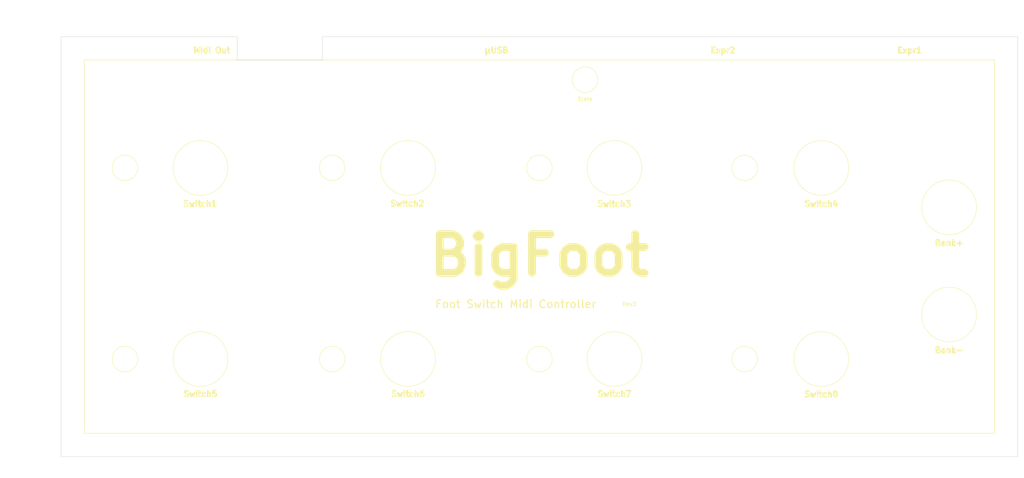
<source format=kicad_pcb>
(kicad_pcb (version 20211014) (generator pcbnew)
  (layers (0 "F.Cu" signal) (31 "B.Cu" signal) (34 "B.Paste" user) (35 "F.Paste" user) (36 "B.SilkS" user "B.Silkscreen") (37 "F.SilkS" user "F.Silkscreen") (38 "B.Mask" user) (39 "F.Mask" user) (44 "Edge.Cuts" user))
  (net 0 "")
  (footprint "Holes:FootSwitchHoles" (layer "F.Cu") (at 256.5 86.1)
    (fp_text reference "Bank+" (at 0 9.2 unlocked) (layer "F.SilkS") (effects (font (size 1.5 1.5) (thickness 0.375))))
    (fp_text value "MountingHole")
    (fp_circle (center 0 0) (end 7 1) (layer "F.SilkS") (width 0.12) (fill none))
    (pad "" np_thru_hole circle locked (at 0 0) (size 12.2 12.2) (drill 12.2) (layers F&B.Cu *.Mask))
  )
  (footprint "MountingHole:MountingHole_3.2mm_M3" (layer "F.Cu") (at 270.7 147)
    (fp_text reference "H1" (at 0 0.1) (layer "F.SilkS"))
    (fp_text value "MountingHole")
    (pad "" np_thru_hole circle locked (at 0 0) (size 3.2 3.2) (drill 3.2) (layers F&B.Cu *.Mask))
  )
  (footprint "Holes:FootSwitchHoles" (layer "F.Cu") (at 63.2 125.3)
    (fp_text reference "Switch5" (at 0 9 unlocked) (layer "F.SilkS") (effects (font (size 1.5 1.5) (thickness 0.375))))
    (fp_text value "MountingHole")
    (fp_circle (center 0 0) (end 7 1) (layer "F.SilkS") (width 0.12) (fill none))
    (pad "" np_thru_hole circle locked (at 0 0) (size 12.2 12.2) (drill 12.2) (layers F&B.Cu *.Mask))
  )
  (footprint "Holes:FootSwitchHoles" (layer "F.Cu") (at 256.5 113.8)
    (fp_text reference "Bank-" (at 0 9.2 unlocked) (layer "F.SilkS") (effects (font (size 1.5 1.5) (thickness 0.375))))
    (fp_text value "MountingHole")
    (fp_circle (center 0 0) (end 7 1) (layer "F.SilkS") (width 0.12) (fill none))
    (pad "" np_thru_hole circle locked (at 0 0) (size 12.2 12.2) (drill 12.2) (layers F&B.Cu *.Mask))
  )
  (footprint "Holes:FootSwitchHoles" (layer "F.Cu") (at 170.1 75.9)
    (fp_text reference "Switch3" (at -0.1 9.3 unlocked) (layer "F.SilkS") (effects (font (size 1.5 1.5) (thickness 0.375))))
    (fp_text value "MountingHole")
    (fp_circle (center 0 0) (end 7 1) (layer "F.SilkS") (width 0.12) (fill none))
    (pad "" np_thru_hole circle locked (at 0 0) (size 12.2 12.2) (drill 12.2) (layers F&B.Cu *.Mask))
  )
  (footprint "Holes:FootSwitchHoles" (layer "F.Cu") (at 116.8 75.9)
    (fp_text reference "Switch2" (at -0.2 9.2 unlocked) (layer "F.SilkS") (effects (font (size 1.5 1.5) (thickness 0.375))))
    (fp_text value "MountingHole")
    (fp_circle (center 0 0) (end 7 1) (layer "F.SilkS") (width 0.12) (fill none))
    (pad "" np_thru_hole circle locked (at 0 0) (size 12.2 12.2) (drill 12.2) (layers F&B.Cu *.Mask))
  )
  (footprint "MountingHole:MountingHole_3.2mm_M3" (layer "F.Cu") (at 39.2 52.7)
    (fp_text reference "H1" (at 0 0.1) (layer "F.SilkS"))
    (fp_text value "MountingHole")
    (pad "" np_thru_hole circle locked (at 0 0) (size 3.2 3.2) (drill 3.2) (layers *.Cu *.Mask))
  )
  (footprint "Holes:Hole_LED_3mm" (layer "F.Cu") (at 43.7 125.3)
    (fp_text reference "Sw5" (at -0.1 -0.1 unlocked) (layer "F.SilkS"))
    (fp_text value "MountingHole")
    (fp_circle (center 0 0) (end 3.3 0) (layer "F.SilkS") (width 0.12) (fill none))
    (pad "" np_thru_hole circle locked (at 0 0) (size 6.2 6.2) (drill 6.2) (layers F&B.Cu *.Mask))
  )
  (footprint "Holes:FootSwitchHoles" (layer "F.Cu") (at 170.1 125.3)
    (fp_text reference "Switch7" (at 0 9 unlocked) (layer "F.SilkS") (effects (font (size 1.5 1.5) (thickness 0.375))))
    (fp_text value "MountingHole")
    (fp_circle (center 0 0) (end 7 1) (layer "F.SilkS") (width 0.12) (fill none))
    (pad "" np_thru_hole circle locked (at 0 0) (size 12.2 12.2) (drill 12.2) (layers F&B.Cu *.Mask))
  )
  (footprint "Holes:FootSwitchHoles" (layer "F.Cu") (at 223.5 75.9)
    (fp_text reference "Switch4" (at 0 9.3 unlocked) (layer "F.SilkS") (effects (font (size 1.5 1.5) (thickness 0.375))))
    (fp_text value "MountingHole")
    (fp_circle (center 0 0) (end 7 1) (layer "F.SilkS") (width 0.12) (fill none))
    (pad "" np_thru_hole circle locked (at 0 0) (size 12.2 12.2) (drill 12.2) (layers F&B.Cu *.Mask))
  )
  (footprint "MountingHole:MountingHole_3.2mm_M3" (layer "F.Cu") (at 262.2 138.5)
    (fp_text reference "H4" (at 0 0.1) (layer "F.SilkS"))
    (fp_text value "MountingHole")
    (pad "" np_thru_hole circle locked (at 0 0) (size 3.2 3.2) (drill 3.2) (layers *.Cu *.Mask))
  )
  (footprint "Holes:Hole_LED_3mm" (layer "F.Cu") (at 203.7 75.9)
    (fp_text reference "Sw4" (at 0 0 unlocked) (layer "F.SilkS"))
    (fp_text value "MountingHole")
    (fp_circle (center 0 0) (end 3.3 0) (layer "F.SilkS") (width 0.12) (fill none))
    (pad "" np_thru_hole circle locked (at 0 0) (size 6.2 6.2) (drill 6.2) (layers F&B.Cu *.Mask))
  )
  (footprint "Holes:Hole_LED_3mm" (layer "F.Cu") (at 97.2 75.9)
    (fp_text reference "Sw2" (at 0 0 unlocked) (layer "F.SilkS"))
    (fp_text value "MountingHole")
    (fp_circle (center 0 0) (end 3.3 0) (layer "F.SilkS") (width 0.12) (fill none))
    (pad "" np_thru_hole circle locked (at 0 0) (size 6.2 6.2) (drill 6.2) (layers F&B.Cu *.Mask))
  )
  (footprint "Holes:Hole_LED_3mm" (layer "F.Cu") (at 97.2 125.3)
    (fp_text reference "Sw6" (at 0 0 unlocked) (layer "F.SilkS"))
    (fp_text value "MountingHole")
    (fp_circle (center 0 0) (end 3.3 0) (layer "F.SilkS") (width 0.12) (fill none))
    (pad "" np_thru_hole circle locked (at 0 0) (size 6.2 6.2) (drill 6.2) (layers F&B.Cu *.Mask))
  )
  (footprint "Holes:Hole_LED_3mm" (layer "F.Cu") (at 150.7 75.9)
    (fp_text reference "Sw3" (at 0 0 unlocked) (layer "F.SilkS"))
    (fp_text value "MountingHole")
    (fp_circle (center 0 0) (end 3.3 0) (layer "F.SilkS") (width 0.12) (fill none))
    (pad "" np_thru_hole circle locked (at 0 0) (size 6.2 6.2) (drill 6.2) (layers F&B.Cu *.Mask))
  )
  (footprint "MountingHole:MountingHole_3.2mm_M3" (layer "F.Cu") (at 39.2 138.5)
    (fp_text reference locked "H3" (at 0 0.1) (layer "F.SilkS"))
    (fp_text value locked "MountingHole")
    (pad "" np_thru_hole circle locked (at 0 0) (size 3.2 3.2) (drill 3.2) (layers *.Cu *.Mask))
  )
  (footprint "Holes:FootSwitchHoles" (layer "F.Cu") (at 116.8 125.3)
    (fp_text reference "Switch6" (at 0 9 unlocked) (layer "F.SilkS") (effects (font (size 1.5 1.5) (thickness 0.375))))
    (fp_text value "MountingHole")
    (fp_circle (center 0 0) (end 7 1) (layer "F.SilkS") (width 0.12) (fill none))
    (pad "" np_thru_hole circle locked (at 0 0) (size 12.2 12.2) (drill 12.2) (layers F&B.Cu *.Mask))
  )
  (footprint "Holes:Hole_LED_3mm" (layer "F.Cu") (at 43.7 75.9)
    (fp_text reference "Sw1" (at 0 0 unlocked) (layer "F.SilkS"))
    (fp_text value "MountingHole")
    (fp_circle (center 0 0) (end 3.3 0) (layer "F.SilkS") (width 0.12) (fill none))
    (pad "" np_thru_hole circle locked (at 0 0) (size 6.2 6.2) (drill 6.2) (layers F&B.Cu *.Mask))
  )
  (footprint "Holes:FootSwitchHoles" (layer "F.Cu") (at 223.5 125.3)
    (fp_text reference "Switch8" (at 0 9.1 unlocked) (layer "F.SilkS") (effects (font (size 1.5 1.5) (thickness 0.375))))
    (fp_text value "MountingHole")
    (fp_circle (center 0 0) (end 7 1) (layer "F.SilkS") (width 0.12) (fill none))
    (pad "" np_thru_hole circle locked (at 0 0) (size 12.2 12.2) (drill 12.2) (layers F&B.Cu *.Mask))
  )
  (footprint "Holes:Hole_LED_3mm" (layer "F.Cu") (at 203.7 125.3)
    (fp_text reference "Sw8" (at 0 0 unlocked) (layer "F.SilkS"))
    (fp_text value "MountingHole")
    (fp_circle (center 0 0) (end 3.3 0) (layer "F.SilkS") (width 0.12) (fill none))
    (pad "" np_thru_hole circle locked (at 0 0) (size 6.2 6.2) (drill 6.2) (layers F&B.Cu *.Mask))
  )
  (footprint "Holes:Hole_LED_3mm" (layer "F.Cu") (at 150.7 125.3)
    (fp_text reference "Sw7" (at 0 0.1 unlocked) (layer "F.SilkS"))
    (fp_text value "MountingHole")
    (fp_circle (center 0 0) (end 3.3 0) (layer "F.SilkS") (width 0.12) (fill none))
    (pad "" np_thru_hole circle locked (at 0 0) (size 6.2 6.2) (drill 6.2) (layers F&B.Cu *.Mask))
  )
  (footprint "MountingHole:MountingHole_3.2mm_M3" (layer "F.Cu") (at 30.7 45.6)
    (fp_text reference "H1" (at 0 0.1) (layer "F.SilkS"))
    (fp_text value "MountingHole")
    (pad "" np_thru_hole circle locked (at 0 0) (size 3.2 3.2) (drill 3.2) (layers F&B.Cu *.Mask))
  )
  (footprint "Holes:Hole_LED_3mm" (layer "F.Cu") (at 162.5 53.1)
    (fp_text reference "State" (at 0 5 unlocked) (layer "F.SilkS"))
    (fp_text value "MountingHole")
    (fp_circle (center 0 0) (end 3.3 0) (layer "F.SilkS") (width 0.12) (fill none))
    (pad "" np_thru_hole circle locked (at 0 0) (size 6.2 6.2) (drill 6.2) (layers F&B.Cu *.Mask))
  )
  (footprint "MountingHole:MountingHole_3.2mm_M3" (layer "F.Cu") (at 262.2 52.6)
    (fp_text reference "H2" (at 0 -0.1) (layer "F.SilkS"))
    (fp_text value "MountingHole")
    (pad "" np_thru_hole circle locked (at 0 0) (size 3.2 3.2) (drill 3.2) (layers *.Cu *.Mask))
  )
  (footprint "MountingHole:MountingHole_3.2mm_M3" (layer "F.Cu") (at 30.7 147)
    (fp_text reference "H1" (at 0 0.1) (layer "F.SilkS"))
    (fp_text value "MountingHole")
    (pad "" np_thru_hole circle locked (at 0 0) (size 3.2 3.2) (drill 3.2) (layers F&B.Cu *.Mask))
  )
  (footprint "MountingHole:MountingHole_3.2mm_M3" (layer "F.Cu") (at 270.6 45.5)
    (fp_text reference "H1" (at 0 0.1) (layer "F.SilkS"))
    (fp_text value "MountingHole")
    (pad "" np_thru_hole circle locked (at 0 0) (size 3.2 3.2) (drill 3.2) (layers F&B.Cu *.Mask))
  )
  (footprint "Holes:FootSwitchHoles" (layer "F.Cu") (at 63.2 75.9)
    (fp_text reference "Switch1" (at -0.1 9.3 unlocked) (layer "F.SilkS") (effects (font (size 1.5 1.5) (thickness 0.375))))
    (fp_text value "MountingHole")
    (fp_circle (center 0 0) (end 7 1) (layer "F.SilkS") (width 0.12) (fill none))
    (pad "" np_thru_hole circle locked (at 0 0) (size 12.2 12.2) (drill 12.2) (layers F&B.Cu *.Mask))
  )
  (gr_rect locked (start 33.2 144.5) (end 268.2 47.98) (layer "F.SilkS") (width 0.15) (fill none))
  (gr_line locked (start 72.41 48) (end 94.7 48) (layer "Edge.Cuts") (width 0.1))
  (gr_line locked (start 72.7 42) (end 72.7 48) (layer "Edge.Cuts") (width 0.1))
  (gr_line locked (start 274.2 42) (end 274.2 150.5) (layer "Edge.Cuts") (width 0.1))
  (gr_line locked (start 27.2 42) (end 72.7 42) (layer "Edge.Cuts") (width 0.1))
  (gr_line locked (start 94.7 42) (end 274.2 42) (layer "Edge.Cuts") (width 0.1))
  (gr_line locked (start 27.2 150.5) (end 27.2 42) (layer "Edge.Cuts") (width 0.1))
  (gr_line locked (start 274.2 150.5) (end 27.2 150.5) (layer "Edge.Cuts") (width 0.1))
  (gr_line locked (start 94.7 48) (end 94.7 42) (layer "Edge.Cuts") (width 0.1))
  (gr_text "Expr1" (at 246.3 45.5) (layer "F.SilkS") (effects (font (size 1.5 1.5) (thickness 0.375))))
  (gr_text "BigFoot" (at 150.7 98.5) (layer "F.SilkS") (effects (font (size 10 10) (thickness 2))))
  (gr_text "Midi Out" (at 66.1 45.5) (layer "F.SilkS") (effects (font (size 1.5 1.5) (thickness 0.375))))
  (gr_text "Foot Switch Midi Controller" (at 144.6 111.1) (layer "F.SilkS") (effects (font (size 2 2) (thickness 0.3))))
  (gr_text "Expr2" (at 198.1 45.5) (layer "F.SilkS") (effects (font (size 1.5 1.5) (thickness 0.375))))
  (gr_text "Rev3" (at 173.9 111.1) (layer "F.SilkS") (effects (font (size 1 1))))
  (gr_text "µUSB" (at 139.6 45.5) (layer "F.SilkS") (effects (font (size 1.5 1.5) (thickness 0.375))))
)
</source>
